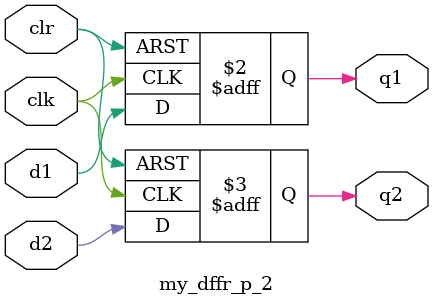
<source format=v>
module my_dffr_p_2 (
    input d1,
    input d2,
    clk,
    clr,
    output reg q1,
    output reg q2
);
  always @(posedge clk or posedge clr)
    if (clr) begin
      q1 <= 1'b0;
      q2 <= 1'b0;
    end else begin
      q1 <= d1;
      q2 <= d2;
    end
endmodule
</source>
